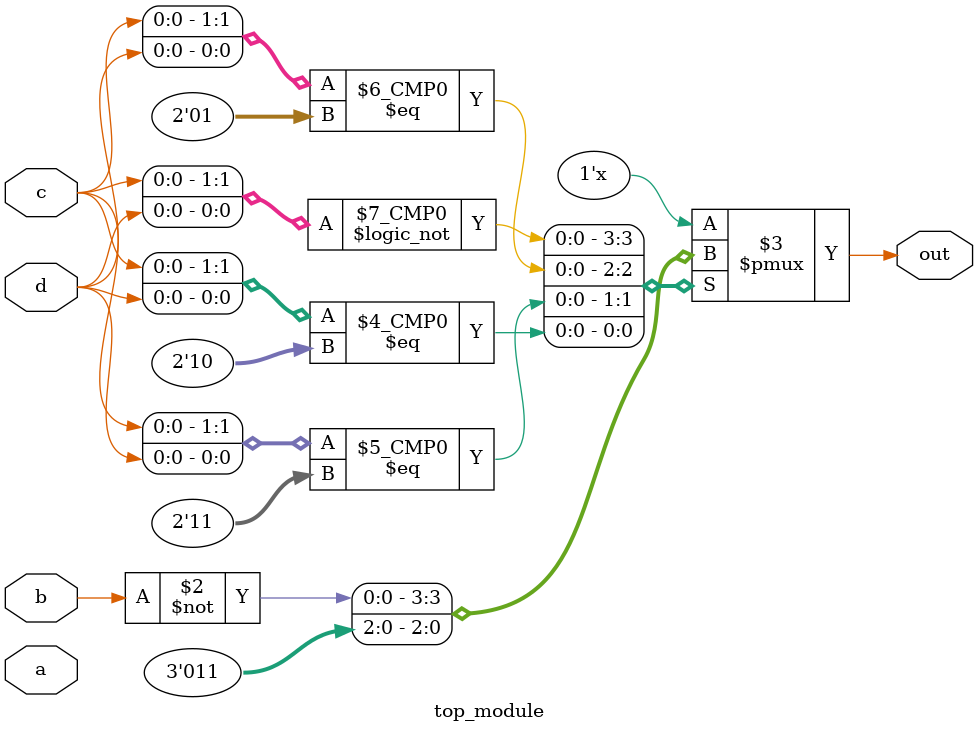
<source format=sv>
module top_module (
    input a, 
    input b,
    input c,
    input d,
    output reg out
);

always @(*) begin
    case ({c, d})
        2'b00: out = ~b;
        2'b01: out = 1'b0;
        2'b11: out = 1'b1;
        2'b10: out = 1'b1;
        default: out = 1'b1;
    endcase
end

endmodule

</source>
